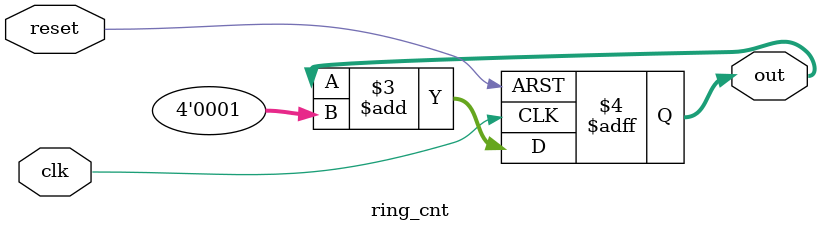
<source format=v>
module ring_cnt(
    input clk,
    input reset,
    output reg [3:0] out
);

always @ (posedge clk or negedge reset) begin
    if(!reset)
        out <= 4'b0000;
    else
        out <= out + 4'b0001;
end
endmodule
</source>
